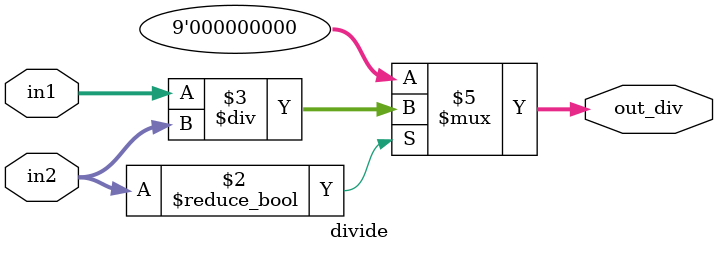
<source format=sv>
module divide(in1 , in2 , out_div);
  
  input signed [4:0]in1;
  input signed [4:0]in2;
  output reg signed [8:0]out_div;
  
  always@(in1 , in2)
    begin
      if(in2 != 0)
        out_div <= in1 / in2;
      else
        out_div <= 0;
    end
  
  //assign out_div = in1 / in2;
  
endmodule
</source>
